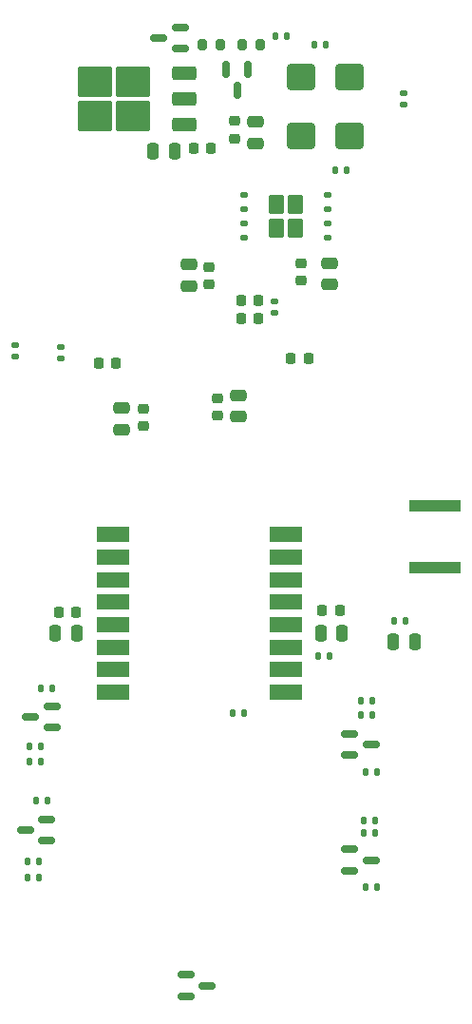
<source format=gbr>
%TF.GenerationSoftware,KiCad,Pcbnew,7.0.1*%
%TF.CreationDate,2024-01-06T20:51:44-05:00*%
%TF.ProjectId,Io-v2-Board,496f2d76-322d-4426-9f61-72642e6b6963,rev?*%
%TF.SameCoordinates,Original*%
%TF.FileFunction,Paste,Bot*%
%TF.FilePolarity,Positive*%
%FSLAX46Y46*%
G04 Gerber Fmt 4.6, Leading zero omitted, Abs format (unit mm)*
G04 Created by KiCad (PCBNEW 7.0.1) date 2024-01-06 20:51:44*
%MOMM*%
%LPD*%
G01*
G04 APERTURE LIST*
G04 Aperture macros list*
%AMRoundRect*
0 Rectangle with rounded corners*
0 $1 Rounding radius*
0 $2 $3 $4 $5 $6 $7 $8 $9 X,Y pos of 4 corners*
0 Add a 4 corners polygon primitive as box body*
4,1,4,$2,$3,$4,$5,$6,$7,$8,$9,$2,$3,0*
0 Add four circle primitives for the rounded corners*
1,1,$1+$1,$2,$3*
1,1,$1+$1,$4,$5*
1,1,$1+$1,$6,$7*
1,1,$1+$1,$8,$9*
0 Add four rect primitives between the rounded corners*
20,1,$1+$1,$2,$3,$4,$5,0*
20,1,$1+$1,$4,$5,$6,$7,0*
20,1,$1+$1,$6,$7,$8,$9,0*
20,1,$1+$1,$8,$9,$2,$3,0*%
G04 Aperture macros list end*
%ADD10RoundRect,0.250000X-0.475000X0.250000X-0.475000X-0.250000X0.475000X-0.250000X0.475000X0.250000X0*%
%ADD11RoundRect,0.250000X0.850000X0.350000X-0.850000X0.350000X-0.850000X-0.350000X0.850000X-0.350000X0*%
%ADD12RoundRect,0.250000X1.275000X1.125000X-1.275000X1.125000X-1.275000X-1.125000X1.275000X-1.125000X0*%
%ADD13RoundRect,0.135000X0.135000X0.185000X-0.135000X0.185000X-0.135000X-0.185000X0.135000X-0.185000X0*%
%ADD14RoundRect,0.200000X-0.200000X-0.275000X0.200000X-0.275000X0.200000X0.275000X-0.200000X0.275000X0*%
%ADD15RoundRect,0.250000X-1.000000X-0.900000X1.000000X-0.900000X1.000000X0.900000X-1.000000X0.900000X0*%
%ADD16RoundRect,0.150000X-0.587500X-0.150000X0.587500X-0.150000X0.587500X0.150000X-0.587500X0.150000X0*%
%ADD17RoundRect,0.225000X-0.250000X0.225000X-0.250000X-0.225000X0.250000X-0.225000X0.250000X0.225000X0*%
%ADD18RoundRect,0.225000X-0.225000X-0.250000X0.225000X-0.250000X0.225000X0.250000X-0.225000X0.250000X0*%
%ADD19RoundRect,0.225000X0.225000X0.250000X-0.225000X0.250000X-0.225000X-0.250000X0.225000X-0.250000X0*%
%ADD20RoundRect,0.135000X-0.135000X-0.185000X0.135000X-0.185000X0.135000X0.185000X-0.135000X0.185000X0*%
%ADD21RoundRect,0.135000X-0.185000X0.135000X-0.185000X-0.135000X0.185000X-0.135000X0.185000X0.135000X0*%
%ADD22RoundRect,0.250000X0.250000X0.475000X-0.250000X0.475000X-0.250000X-0.475000X0.250000X-0.475000X0*%
%ADD23RoundRect,0.150000X-0.150000X0.587500X-0.150000X-0.587500X0.150000X-0.587500X0.150000X0.587500X0*%
%ADD24RoundRect,0.225000X0.250000X-0.225000X0.250000X0.225000X-0.250000X0.225000X-0.250000X-0.225000X0*%
%ADD25RoundRect,0.125000X0.200000X0.125000X-0.200000X0.125000X-0.200000X-0.125000X0.200000X-0.125000X0*%
%ADD26RoundRect,0.250000X0.435000X0.615000X-0.435000X0.615000X-0.435000X-0.615000X0.435000X-0.615000X0*%
%ADD27RoundRect,0.250000X0.475000X-0.250000X0.475000X0.250000X-0.475000X0.250000X-0.475000X-0.250000X0*%
%ADD28RoundRect,0.200000X0.200000X0.275000X-0.200000X0.275000X-0.200000X-0.275000X0.200000X-0.275000X0*%
%ADD29RoundRect,0.150000X0.587500X0.150000X-0.587500X0.150000X-0.587500X-0.150000X0.587500X-0.150000X0*%
%ADD30RoundRect,0.135000X0.185000X-0.135000X0.185000X0.135000X-0.185000X0.135000X-0.185000X-0.135000X0*%
%ADD31R,4.560000X1.000000*%
%ADD32RoundRect,0.250000X-0.250000X-0.475000X0.250000X-0.475000X0.250000X0.475000X-0.250000X0.475000X0*%
%ADD33R,3.000000X1.400000*%
G04 APERTURE END LIST*
D10*
%TO.C,C1*%
X128143000Y-58486000D03*
X128143000Y-60386000D03*
%TD*%
D11*
%TO.C,U3*%
X115198000Y-41535000D03*
X115198000Y-43815000D03*
D12*
X110573000Y-45340000D03*
X110573000Y-42290000D03*
X107223000Y-45340000D03*
X107223000Y-42290000D03*
D11*
X115198000Y-46095000D03*
%TD*%
D13*
%TO.C,R25*%
X123315000Y-38227000D03*
X124335000Y-38227000D03*
%TD*%
%TO.C,R24*%
X127764000Y-38989000D03*
X126744000Y-38989000D03*
%TD*%
D14*
%TO.C,R21*%
X116777000Y-38989000D03*
X118427000Y-38989000D03*
%TD*%
D15*
%TO.C,D1*%
X125612000Y-47117000D03*
X129912000Y-47117000D03*
%TD*%
%TO.C,D4*%
X125612000Y-41910000D03*
X129912000Y-41910000D03*
%TD*%
D16*
%TO.C,Q6*%
X115346000Y-123759000D03*
X115346000Y-121859000D03*
X117221000Y-122809000D03*
%TD*%
D13*
%TO.C,R13*%
X102237000Y-113157000D03*
X101217000Y-113157000D03*
%TD*%
D17*
%TO.C,C3*%
X111506000Y-71422000D03*
X111506000Y-72972000D03*
%TD*%
D18*
%TO.C,C11*%
X127495000Y-89408000D03*
X129045000Y-89408000D03*
%TD*%
D19*
%TO.C,C21*%
X109106000Y-67371000D03*
X107556000Y-67371000D03*
%TD*%
D20*
%TO.C,R16*%
X130935000Y-97409000D03*
X131955000Y-97409000D03*
%TD*%
D17*
%TO.C,C7*%
X119634001Y-45834001D03*
X119634001Y-47384001D03*
%TD*%
D13*
%TO.C,R1*%
X103380000Y-96307000D03*
X102360000Y-96307000D03*
%TD*%
D20*
%TO.C,R9*%
X131316000Y-114046000D03*
X132336000Y-114046000D03*
%TD*%
D13*
%TO.C,R8*%
X102364000Y-102870000D03*
X101344000Y-102870000D03*
%TD*%
D21*
%TO.C,R11*%
X100076000Y-65784000D03*
X100076000Y-66804000D03*
%TD*%
D22*
%TO.C,C10*%
X114300000Y-48513999D03*
X112400000Y-48513999D03*
%TD*%
D18*
%TO.C,C26*%
X124688000Y-66990000D03*
X126238000Y-66990000D03*
%TD*%
D20*
%TO.C,R23*%
X128649000Y-50165000D03*
X129669000Y-50165000D03*
%TD*%
D23*
%TO.C,Q3*%
X118938000Y-41226500D03*
X120838000Y-41226500D03*
X119888000Y-43101500D03*
%TD*%
D24*
%TO.C,C22*%
X118110000Y-72083000D03*
X118110000Y-70533000D03*
%TD*%
D19*
%TO.C,C12*%
X105550000Y-89535000D03*
X104000000Y-89535000D03*
%TD*%
D25*
%TO.C,U10*%
X120495000Y-52383000D03*
X120495000Y-53653000D03*
X120495000Y-54923000D03*
X120495000Y-56193000D03*
X127995000Y-56193000D03*
X127995000Y-54923000D03*
X127995000Y-53653000D03*
X127995000Y-52383000D03*
D26*
X123395000Y-53213000D03*
X123395000Y-55363000D03*
X125095000Y-53213000D03*
X125095000Y-55363000D03*
%TD*%
D18*
%TO.C,C17*%
X120256000Y-61783000D03*
X121806000Y-61783000D03*
%TD*%
D21*
%TO.C,R18*%
X123190000Y-61908000D03*
X123190000Y-62928000D03*
%TD*%
D13*
%TO.C,R12*%
X132209000Y-109220000D03*
X131189000Y-109220000D03*
%TD*%
D27*
%TO.C,C23*%
X115570000Y-60513000D03*
X115570000Y-58613000D03*
%TD*%
D18*
%TO.C,C18*%
X120256000Y-63434000D03*
X121806000Y-63434000D03*
%TD*%
D20*
%TO.C,R7*%
X101217000Y-111760000D03*
X102237000Y-111760000D03*
%TD*%
D13*
%TO.C,R10*%
X134876000Y-90297000D03*
X133856000Y-90297000D03*
%TD*%
D28*
%TO.C,R17*%
X121983000Y-38989000D03*
X120333000Y-38989000D03*
%TD*%
D13*
%TO.C,R6*%
X102999000Y-106299000D03*
X101979000Y-106299000D03*
%TD*%
D10*
%TO.C,C5*%
X121539000Y-45912999D03*
X121539000Y-47812999D03*
%TD*%
D29*
%TO.C,Q7*%
X112933000Y-38415000D03*
X114808000Y-39365000D03*
X114808000Y-37465000D03*
%TD*%
D24*
%TO.C,C24*%
X117348000Y-60399000D03*
X117348000Y-58849000D03*
%TD*%
D13*
%TO.C,R15*%
X131955000Y-98679000D03*
X130935000Y-98679000D03*
%TD*%
D22*
%TO.C,C16*%
X105585000Y-91439999D03*
X103685000Y-91439999D03*
%TD*%
D18*
%TO.C,C9*%
X116004000Y-48260000D03*
X117554000Y-48260000D03*
%TD*%
D30*
%TO.C,R4*%
X104140000Y-66931000D03*
X104140000Y-65911000D03*
%TD*%
D10*
%TO.C,C6*%
X109601001Y-71374000D03*
X109601001Y-73274000D03*
%TD*%
D31*
%TO.C,J7*%
X137527500Y-80058000D03*
X137527500Y-85598000D03*
%TD*%
D20*
%TO.C,R5*%
X101344000Y-101473000D03*
X102364000Y-101473000D03*
%TD*%
D13*
%TO.C,R19*%
X120525000Y-98552000D03*
X119505000Y-98552000D03*
%TD*%
D32*
%TO.C,C8*%
X133845000Y-92202000D03*
X135745000Y-92202000D03*
%TD*%
D27*
%TO.C,C27*%
X120015000Y-72141049D03*
X120015000Y-70241049D03*
%TD*%
D21*
%TO.C,R3*%
X134747000Y-43305000D03*
X134747000Y-44325000D03*
%TD*%
D13*
%TO.C,R20*%
X128145000Y-93472000D03*
X127125000Y-93472000D03*
%TD*%
D32*
%TO.C,C20*%
X127344000Y-91439999D03*
X129244000Y-91439999D03*
%TD*%
D29*
%TO.C,Q1*%
X103378000Y-97917000D03*
X103378000Y-99817000D03*
X101503000Y-98867000D03*
%TD*%
%TO.C,Q2*%
X102918500Y-108016000D03*
X102918500Y-109916000D03*
X101043500Y-108966000D03*
%TD*%
D20*
%TO.C,R14*%
X131316000Y-103759000D03*
X132336000Y-103759000D03*
%TD*%
%TO.C,R2*%
X131189000Y-108077000D03*
X132209000Y-108077000D03*
%TD*%
D17*
%TO.C,C4*%
X125575000Y-58476548D03*
X125575000Y-60026548D03*
%TD*%
D16*
%TO.C,Q4*%
X129951000Y-112583000D03*
X129951000Y-110683000D03*
X131826000Y-111633000D03*
%TD*%
%TO.C,Q5*%
X129951000Y-102296000D03*
X129951000Y-100396000D03*
X131826000Y-101346000D03*
%TD*%
D33*
%TO.C,U11*%
X108839000Y-96662000D03*
X108839000Y-94662000D03*
X108839000Y-92662000D03*
X108839000Y-90662000D03*
X108839000Y-88662000D03*
X108839000Y-86662000D03*
X108839000Y-84662000D03*
X108839000Y-82662000D03*
X124239000Y-82662000D03*
X124239000Y-84662000D03*
X124239000Y-86662000D03*
X124239000Y-88662000D03*
X124239000Y-90662000D03*
X124239000Y-92662000D03*
X124239000Y-94662000D03*
X124239000Y-96662000D03*
%TD*%
M02*

</source>
